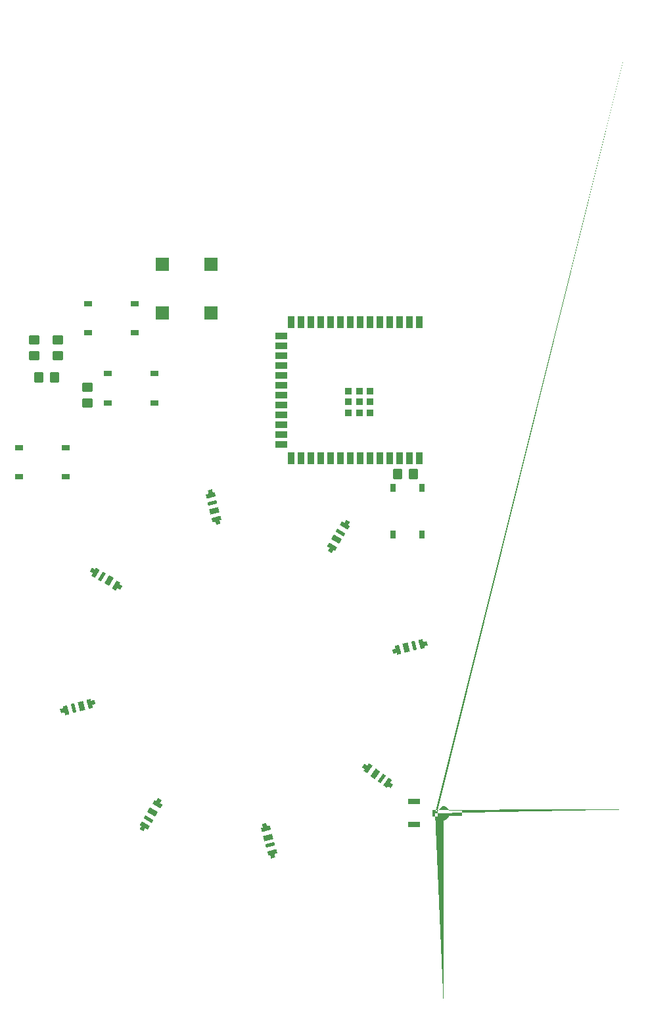
<source format=gbr>
%TF.GenerationSoftware,KiCad,Pcbnew,9.0.0*%
%TF.CreationDate,2025-09-21T22:19:39+08:00*%
%TF.ProjectId,maibadge_ver2,6d616962-6164-4676-955f-766572322e6b,rev?*%
%TF.SameCoordinates,Original*%
%TF.FileFunction,Paste,Bot*%
%TF.FilePolarity,Positive*%
%FSLAX46Y46*%
G04 Gerber Fmt 4.6, Leading zero omitted, Abs format (unit mm)*
G04 Created by KiCad (PCBNEW 9.0.0) date 2025-09-21 22:19:39*
%MOMM*%
%LPD*%
G01*
G04 APERTURE LIST*
G04 Aperture macros list*
%AMRoundRect*
0 Rectangle with rounded corners*
0 $1 Rounding radius*
0 $2 $3 $4 $5 $6 $7 $8 $9 X,Y pos of 4 corners*
0 Add a 4 corners polygon primitive as box body*
4,1,4,$2,$3,$4,$5,$6,$7,$8,$9,$2,$3,0*
0 Add four circle primitives for the rounded corners*
1,1,$1+$1,$2,$3*
1,1,$1+$1,$4,$5*
1,1,$1+$1,$6,$7*
1,1,$1+$1,$8,$9*
0 Add four rect primitives between the rounded corners*
20,1,$1+$1,$2,$3,$4,$5,0*
20,1,$1+$1,$4,$5,$6,$7,0*
20,1,$1+$1,$6,$7,$8,$9,0*
20,1,$1+$1,$8,$9,$2,$3,0*%
%AMFreePoly0*
4,1,9,0.499924,-0.600102,-0.050064,-0.600103,-0.050064,-0.350114,-0.500076,-0.350115,-0.500076,0.199924,-0.050064,0.199924,-0.050064,0.599898,0.499924,0.599898,0.499924,-0.600102,0.499924,-0.600102,$1*%
%AMFreePoly1*
4,1,5,0.349911,-0.599950,-0.350088,-0.599949,-0.350089,0.600051,0.349911,0.600051,0.349911,-0.599950,0.349911,-0.599950,$1*%
%AMFreePoly2*
4,1,5,0.224994,-0.599923,-0.225019,-0.599924,-0.225019,0.600076,0.224994,0.600076,0.224994,-0.599923,0.224994,-0.599923,$1*%
%AMFreePoly3*
4,1,9,0.050013,0.600000,0.050013,0.200127,0.500051,0.200152,0.500000,-0.349835,0.049936,-0.349784,0.050013,-0.599897,-0.500076,-0.599849,-0.500077,0.600102,0.050013,0.600000,0.050013,0.600000,$1*%
%AMFreePoly4*
4,1,123,0.971755,0.948997,1.016180,0.945872,1.060427,0.940665,1.104369,0.933401,1.147930,0.924054,1.190983,0.912700,1.233477,0.899340,1.275286,0.883998,1.316332,0.866701,1.356541,0.847523,1.395784,0.826467,1.434011,0.803581,1.471120,0.778943,1.507036,0.752604,1.541656,0.724613,1.574956,0.694996,1.606807,0.663881,1.637186,0.631293,1.665989,0.597333,1.693167,0.562052,
1.718669,0.525527,1.742418,0.487859,1.764389,0.449098,1.784531,0.409373,1.802769,0.330023,3.500102,0.330023,3.500102,-0.329972,1.802769,-0.329972,1.784531,-0.409271,1.764389,-0.448997,1.742418,-0.487757,1.718669,-0.525425,1.693167,-0.561951,1.665989,-0.597231,1.637186,-0.631191,1.606807,-0.663780,1.574956,-0.694895,1.541656,-0.724511,1.507036,-0.752502,1.471120,-0.778842,
1.434011,-0.803480,1.395784,-0.826365,1.356541,-0.847422,1.316332,-0.866599,1.275286,-0.883896,1.233477,-0.899238,1.190983,-0.912598,1.147930,-0.923952,1.104369,-0.933299,1.060427,-0.940564,1.016180,-0.945771,0.971755,-0.948895,0.927229,-0.949962,-0.926975,-0.949962,-0.971501,-0.948895,-1.015926,-0.945771,-1.060173,-0.940564,-1.104115,-0.933299,-1.147676,-0.923952,-1.190729,-0.912598,
-1.233223,-0.899238,-1.275032,-0.883896,-1.316078,-0.866599,-1.356287,-0.847422,-1.395530,-0.826365,-1.433757,-0.803480,-1.470866,-0.778842,-1.506782,-0.752502,-1.541402,-0.724511,-1.574702,-0.694895,-1.606553,-0.663780,-1.636932,-0.631191,-1.665735,-0.597231,-1.692913,-0.561951,-1.718415,-0.525425,-1.742164,-0.487757,-1.764135,-0.448997,-1.784277,-0.409271,-1.802515,-0.368631,-1.818847,-0.327203,
-1.833198,-0.285039,-1.845568,-0.242240,-1.855906,-0.198908,-1.864211,-0.155169,-1.870460,-0.111049,-1.874625,-0.066701,-1.876708,-0.022225,-1.876708,0.022327,-1.874625,0.066802,-1.870460,0.111151,-1.864211,0.155271,-1.855906,0.199009,-1.845568,0.242342,-1.833198,0.285141,-1.818847,0.327305,-1.802515,0.368733,-1.784277,0.409373,-1.764135,0.449098,-1.742164,0.487859,-1.718415,0.525527,
-1.692913,0.562052,-1.665735,0.597333,-1.636932,0.631293,-1.606553,0.663881,-1.574702,0.694996,-1.541402,0.724613,-1.506782,0.752604,-1.470866,0.778943,-1.433757,0.803581,-1.395530,0.826467,-1.356287,0.847523,-1.316078,0.866701,-1.275032,0.883998,-1.233223,0.899340,-1.190729,0.912700,-1.147676,0.924054,-1.104115,0.933401,-1.060173,0.940665,-1.015926,0.945872,-0.971501,0.948997,
-0.926975,0.950064,0.927229,0.950064,0.971755,0.948997,0.971755,0.948997,$1*%
G04 Aperture macros list end*
%ADD10FreePoly0,60.000000*%
%ADD11FreePoly1,60.000000*%
%ADD12FreePoly2,60.000000*%
%ADD13FreePoly3,60.000000*%
%ADD14RoundRect,0.250000X0.450000X-0.350000X0.450000X0.350000X-0.450000X0.350000X-0.450000X-0.350000X0*%
%ADD15FreePoly0,105.000000*%
%ADD16FreePoly1,105.000000*%
%ADD17FreePoly2,105.000000*%
%ADD18FreePoly3,105.000000*%
%ADD19FreePoly0,195.000000*%
%ADD20FreePoly1,195.000000*%
%ADD21FreePoly2,195.000000*%
%ADD22FreePoly3,195.000000*%
%ADD23R,0.750000X1.000000*%
%ADD24R,1.575006X0.672009*%
%ADD25FreePoly4,180.000000*%
%ADD26RoundRect,0.250000X0.350000X0.450000X-0.350000X0.450000X-0.350000X-0.450000X0.350000X-0.450000X0*%
%ADD27R,1.000000X0.750000*%
%ADD28R,0.900000X0.900000*%
%ADD29R,0.900000X1.500000*%
%ADD30R,1.500000X0.900000*%
%ADD31R,1.800000X1.800000*%
%ADD32FreePoly0,150.000000*%
%ADD33FreePoly1,150.000000*%
%ADD34FreePoly2,150.000000*%
%ADD35FreePoly3,150.000000*%
%ADD36FreePoly0,285.000000*%
%ADD37FreePoly1,285.000000*%
%ADD38FreePoly2,285.000000*%
%ADD39FreePoly3,285.000000*%
%ADD40RoundRect,0.250000X-0.450000X0.350000X-0.450000X-0.350000X0.450000X-0.350000X0.450000X0.350000X0*%
%ADD41FreePoly0,15.000000*%
%ADD42FreePoly1,15.000000*%
%ADD43FreePoly2,15.000000*%
%ADD44FreePoly3,15.000000*%
%ADD45FreePoly0,325.000000*%
%ADD46FreePoly1,325.000000*%
%ADD47FreePoly2,325.000000*%
%ADD48FreePoly3,325.000000*%
%ADD49FreePoly0,240.000000*%
%ADD50FreePoly1,240.000000*%
%ADD51FreePoly2,240.000000*%
%ADD52FreePoly3,240.000000*%
G04 APERTURE END LIST*
D10*
%TO.C,U8*%
X201520910Y-77122749D03*
D11*
X202217695Y-75966166D03*
D12*
X202730133Y-75078589D03*
D13*
X203342654Y-74017667D03*
%TD*%
D14*
%TO.C,R1*%
X163274000Y-52308000D03*
X163274000Y-50308000D03*
%TD*%
D15*
%TO.C,U9*%
X186814326Y-73624186D03*
D16*
X186489203Y-72313662D03*
D17*
X186223937Y-71323696D03*
D18*
X185906872Y-70140390D03*
%TD*%
D19*
%TO.C,U6*%
X170651896Y-97158607D03*
D20*
X169341374Y-97483725D03*
D21*
X168351408Y-97748994D03*
D22*
X167168104Y-98066059D03*
%TD*%
D23*
%TO.C,RESET*%
X213203000Y-75390006D03*
X213202997Y-69389994D03*
X209453003Y-75390006D03*
X209453000Y-69389994D03*
%TD*%
D24*
%TO.C,U2*%
X212221223Y-112752130D03*
D25*
X214933697Y-111252256D03*
D24*
X212221228Y-109752133D03*
%TD*%
D26*
%TO.C,R5*%
X165846000Y-55118000D03*
X163846000Y-55118000D03*
%TD*%
D27*
%TO.C,SW1*%
X176180000Y-45623000D03*
X170180000Y-45623000D03*
X176180000Y-49373000D03*
X170180000Y-49373000D03*
%TD*%
D28*
%TO.C,U1*%
X206531995Y-59682001D03*
X203731992Y-59682000D03*
X205131996Y-59681995D03*
X205131997Y-58282000D03*
X203731995Y-58281998D03*
X206531994Y-58281996D03*
X206531993Y-56882001D03*
X205131998Y-56881999D03*
X203731995Y-56881998D03*
D29*
X212851996Y-65531999D03*
X211581997Y-65531998D03*
X210311992Y-65531997D03*
X209041995Y-65531998D03*
X207771994Y-65531995D03*
X206501998Y-65531999D03*
X205231996Y-65532000D03*
X203961992Y-65531997D03*
X202691994Y-65531996D03*
X201421995Y-65531998D03*
X200151996Y-65531998D03*
X198882000Y-65532000D03*
X197611996Y-65532002D03*
X196341992Y-65531997D03*
D30*
X195091992Y-63766996D03*
X195091995Y-62497000D03*
X195091996Y-61226995D03*
X195091991Y-59956996D03*
X195091993Y-58687000D03*
X195091997Y-57416997D03*
X195091995Y-56146996D03*
X195091994Y-54877003D03*
X195091997Y-53606999D03*
X195091994Y-52336996D03*
X195091999Y-51067000D03*
X195091995Y-49796998D03*
D29*
X196341997Y-48031996D03*
X197611993Y-48031999D03*
X198881992Y-48031997D03*
X200151993Y-48032000D03*
X201421994Y-48031997D03*
X202691995Y-48031996D03*
X203962000Y-48031997D03*
X205231993Y-48031998D03*
X206501995Y-48031998D03*
X207771993Y-48031995D03*
X209041997Y-48031998D03*
X210311999Y-48032000D03*
X211581997Y-48031997D03*
X212851993Y-48031998D03*
%TD*%
D31*
%TO.C,BZ1*%
X186029983Y-46837985D03*
X179730015Y-46837983D03*
X179730017Y-40538015D03*
X186029985Y-40538017D03*
%TD*%
D32*
%TO.C,U10*%
X174044225Y-82025225D03*
D33*
X172887653Y-81328442D03*
D34*
X172000068Y-80816001D03*
D35*
X170939147Y-80203479D03*
%TD*%
D14*
%TO.C,R4*%
X166322000Y-52307998D03*
X166322000Y-50308002D03*
%TD*%
D36*
%TO.C,U4*%
X193094273Y-113066102D03*
D37*
X193419396Y-114376624D03*
D38*
X193684662Y-115366592D03*
D39*
X194001727Y-116549898D03*
%TD*%
D40*
%TO.C,R2*%
X170131999Y-56404001D03*
X170132001Y-58403999D03*
%TD*%
D41*
%TO.C,U7*%
X209862683Y-90293393D03*
D42*
X211173205Y-89968269D03*
D43*
X212163166Y-89703013D03*
D44*
X213346479Y-89385939D03*
%TD*%
D45*
%TO.C,U3*%
X206076436Y-105377063D03*
D46*
X207167880Y-106172000D03*
D47*
X208007425Y-106759847D03*
D48*
X209010926Y-107462505D03*
%TD*%
D27*
%TO.C,BOOT*%
X178768000Y-54670000D03*
X172768000Y-54670000D03*
X178768000Y-58420000D03*
X172768000Y-58420000D03*
%TD*%
D49*
%TO.C,U5*%
X179218874Y-109953459D03*
D50*
X178522087Y-111110033D03*
D51*
X178009649Y-111997618D03*
D52*
X177397126Y-113058541D03*
%TD*%
D26*
%TO.C,R3*%
X212073999Y-67564001D03*
X210074001Y-67563999D03*
%TD*%
D27*
%TO.C,SW5*%
X161338001Y-67915004D03*
X167338001Y-67914998D03*
X161337999Y-64165002D03*
X167337999Y-64164996D03*
%TD*%
M02*

</source>
